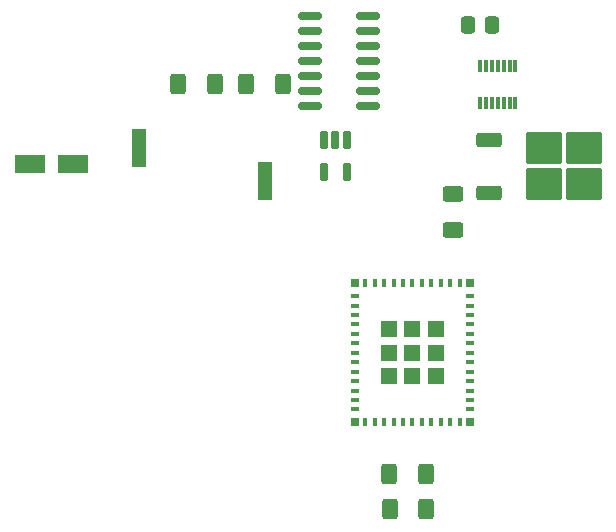
<source format=gbp>
%TF.GenerationSoftware,KiCad,Pcbnew,9.0.6*%
%TF.CreationDate,2025-11-16T19:52:04+01:00*%
%TF.ProjectId,ruecklicht,72756563-6b6c-4696-9368-742e6b696361,rev?*%
%TF.SameCoordinates,Original*%
%TF.FileFunction,Paste,Bot*%
%TF.FilePolarity,Positive*%
%FSLAX46Y46*%
G04 Gerber Fmt 4.6, Leading zero omitted, Abs format (unit mm)*
G04 Created by KiCad (PCBNEW 9.0.6) date 2025-11-16 19:52:04*
%MOMM*%
%LPD*%
G01*
G04 APERTURE LIST*
G04 Aperture macros list*
%AMRoundRect*
0 Rectangle with rounded corners*
0 $1 Rounding radius*
0 $2 $3 $4 $5 $6 $7 $8 $9 X,Y pos of 4 corners*
0 Add a 4 corners polygon primitive as box body*
4,1,4,$2,$3,$4,$5,$6,$7,$8,$9,$2,$3,0*
0 Add four circle primitives for the rounded corners*
1,1,$1+$1,$2,$3*
1,1,$1+$1,$4,$5*
1,1,$1+$1,$6,$7*
1,1,$1+$1,$8,$9*
0 Add four rect primitives between the rounded corners*
20,1,$1+$1,$2,$3,$4,$5,0*
20,1,$1+$1,$4,$5,$6,$7,0*
20,1,$1+$1,$6,$7,$8,$9,0*
20,1,$1+$1,$8,$9,$2,$3,0*%
G04 Aperture macros list end*
%ADD10RoundRect,0.162500X-0.162500X0.617500X-0.162500X-0.617500X0.162500X-0.617500X0.162500X0.617500X0*%
%ADD11R,1.270000X3.300000*%
%ADD12RoundRect,0.150000X0.825000X0.150000X-0.825000X0.150000X-0.825000X-0.150000X0.825000X-0.150000X0*%
%ADD13RoundRect,0.250000X-1.275000X-1.125000X1.275000X-1.125000X1.275000X1.125000X-1.275000X1.125000X0*%
%ADD14RoundRect,0.250000X-0.850000X-0.350000X0.850000X-0.350000X0.850000X0.350000X-0.850000X0.350000X0*%
%ADD15RoundRect,0.250000X0.400000X0.625000X-0.400000X0.625000X-0.400000X-0.625000X0.400000X-0.625000X0*%
%ADD16R,0.300000X1.075000*%
%ADD17RoundRect,0.250000X-0.337500X-0.475000X0.337500X-0.475000X0.337500X0.475000X-0.337500X0.475000X0*%
%ADD18RoundRect,0.250000X-1.050000X-0.550000X1.050000X-0.550000X1.050000X0.550000X-1.050000X0.550000X0*%
%ADD19R,0.400000X0.800000*%
%ADD20R,0.800000X0.400000*%
%ADD21R,1.450000X1.450000*%
%ADD22R,0.700000X0.700000*%
%ADD23RoundRect,0.250000X-0.625000X0.400000X-0.625000X-0.400000X0.625000X-0.400000X0.625000X0.400000X0*%
G04 APERTURE END LIST*
D10*
X162300000Y-75000000D03*
X163250000Y-75000000D03*
X164200000Y-75000000D03*
X164200000Y-77700000D03*
X162300000Y-77700000D03*
D11*
X146665000Y-75605000D03*
X157335000Y-78395000D03*
D12*
X166013000Y-64480000D03*
X166013000Y-65750000D03*
X166013000Y-67020000D03*
X166013000Y-68290000D03*
X166013000Y-69560000D03*
X166013000Y-70830000D03*
X166013000Y-72100000D03*
X161063000Y-72100000D03*
X161063000Y-70830000D03*
X161063000Y-69560000D03*
X161063000Y-68290000D03*
X161063000Y-67020000D03*
X161063000Y-65750000D03*
X161063000Y-64480000D03*
D13*
X180925000Y-75675000D03*
X180925000Y-78725000D03*
X184275000Y-75675000D03*
X184275000Y-78725000D03*
D14*
X176300000Y-79480000D03*
X176300000Y-74920000D03*
D15*
X158800000Y-70250000D03*
X155700000Y-70250000D03*
X170950000Y-106200000D03*
X167850000Y-106200000D03*
D16*
X178500000Y-71788000D03*
X178000000Y-71788000D03*
X177500000Y-71788000D03*
X177000000Y-71788000D03*
X176500000Y-71788000D03*
X176000000Y-71788000D03*
X175500000Y-71788000D03*
X175500000Y-68712000D03*
X176000000Y-68712000D03*
X176500000Y-68712000D03*
X177000000Y-68712000D03*
X177500000Y-68712000D03*
X178000000Y-68712000D03*
X178500000Y-68712000D03*
D17*
X174462500Y-65250000D03*
X176537500Y-65250000D03*
D15*
X153050000Y-70250000D03*
X149950000Y-70250000D03*
D18*
X137400000Y-77000000D03*
X141000000Y-77000000D03*
D19*
X173775000Y-98875000D03*
X172975000Y-98875000D03*
X172175000Y-98875000D03*
X171375000Y-98875000D03*
X170575000Y-98875000D03*
X169775000Y-98875000D03*
X168975000Y-98875000D03*
X168175000Y-98875000D03*
X167375000Y-98875000D03*
X166575000Y-98875000D03*
X165775000Y-98875000D03*
D20*
X164875000Y-97775000D03*
X164875000Y-96975000D03*
X164875000Y-96175000D03*
X164875000Y-95375000D03*
X164875000Y-94575000D03*
X164875000Y-93775000D03*
X164875000Y-92975000D03*
X164875000Y-92175000D03*
X164875000Y-91375000D03*
X164875000Y-90575000D03*
X164875000Y-89775000D03*
X164875000Y-88975000D03*
X164875000Y-88175000D03*
D19*
X165775000Y-87075000D03*
X166575000Y-87075000D03*
X167375000Y-87075000D03*
X168175000Y-87075000D03*
X168975000Y-87075000D03*
X169775000Y-87075000D03*
X170575000Y-87075000D03*
X171375000Y-87075000D03*
X172175000Y-87075000D03*
X172975000Y-87075000D03*
X173775000Y-87075000D03*
D20*
X174675000Y-88175000D03*
X174675000Y-88975000D03*
X174675000Y-89775000D03*
X174675000Y-90575000D03*
X174675000Y-91375000D03*
X174675000Y-92175000D03*
X174675000Y-92975000D03*
X174675000Y-93775000D03*
X174675000Y-94575000D03*
X174675000Y-95375000D03*
X174675000Y-96175000D03*
X174675000Y-96975000D03*
X174675000Y-97775000D03*
D21*
X169775000Y-92975000D03*
D22*
X174675000Y-87075000D03*
X164875000Y-87075000D03*
X164875000Y-98875000D03*
X174675000Y-98875000D03*
D21*
X169775000Y-94950000D03*
X167800000Y-94950000D03*
X167800000Y-92975000D03*
X167800000Y-91000000D03*
X169775000Y-91000000D03*
X171750000Y-91000000D03*
X171750000Y-92975000D03*
X171750000Y-94950000D03*
D15*
X170900000Y-103200000D03*
X167800000Y-103200000D03*
D23*
X173200000Y-79500000D03*
X173200000Y-82600000D03*
M02*

</source>
